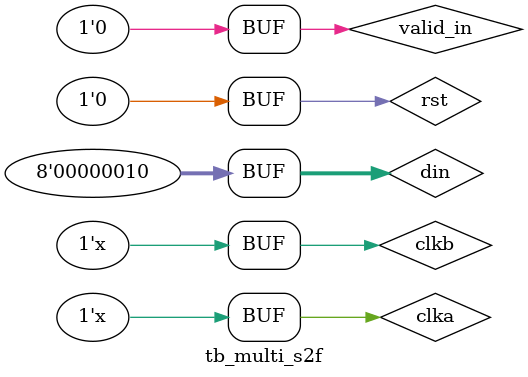
<source format=v>
/*~~~~~~~~~~~~~~~~~~~~~~~~~~~~~~~~~~~~~~~~~~~~~~~~~~~~~~~~~~~~~~~~~~~~~~~~~~~~~~~~~*/ 
/*~~~~~~~~~~~~~~~~~~~~~~~~~~~~~~~~~~~~~~~~~~~~~~~~~~~~~~~~~~~~~~~~~~~~~~~~~~~~~~~~~*/
/* Engineer    : Lqc                                                         
/* File        : tb_multi_s2f.v                                                         
/* Create      : 2022-09-02 21:06:53
/* Revise      : 2022-09-02 21:06:53                                                  
/* Module Name : tb_multi_s2f                                                  
/* Description : 多比特信号从慢时钟同步到快时钟，含有数据有效信号 仿真模块                                                                         
/* Editor : sublime text3, tab size (4)                                                                                
/*~~~~~~~~~~~~~~~~~~~~~~~~~~~~~~~~~~~~~~~~~~~~~~~~~~~~~~~~~~~~~~~~~~~~~~~~~~~~~~~~~*/
/*~~~~~~~~~~~~~~~~~~~~~~~~~~~~~~~~~~~~~~~~~~~~~~~~~~~~~~~~~~~~~~~~~~~~~~~~~~~~~~~~~*/

`timescale 1ns/1ps
module tb_multi_s2f();

reg                          clka     ;
reg                          clkb     ;
reg                          rst      ;
reg  [DATA_WIDTH-1:0]        din      ;
reg                          valid_in ;
wire  [DATA_WIDTH-1:0]       dout     ;
wire                         valid_out;

parameter  DATA_WIDTH  =  'd8;

initial begin
	clka      = 'd1;
	clkb      = 'd1;
	rst      <= 'd1;
	#20
	rst      <= 'd0;
	din      <= 'd0;
	valid_in <= 'd0;
	#50
	din      <= 'd1;
	valid_in <= 'd1;
	#20
	valid_in <= 'd0;
	#200
	din      <= 'd2;
	valid_in <= 'd1;
	#20
	valid_in <= 'd0;
end

always #10 clka = ~clka;
always #9  clkb = ~clkb;

multi_s2f #(
		.DATA_WIDTH(DATA_WIDTH)
) inst_multi_s2f (
		.clka      (clka),
		.clkb      (clkb),
		.rst       (rst),
		.din       (din),
		.valid_in  (valid_in),
		.dout      (dout),
		.valid_out (valid_out)
	);


endmodule
</source>
